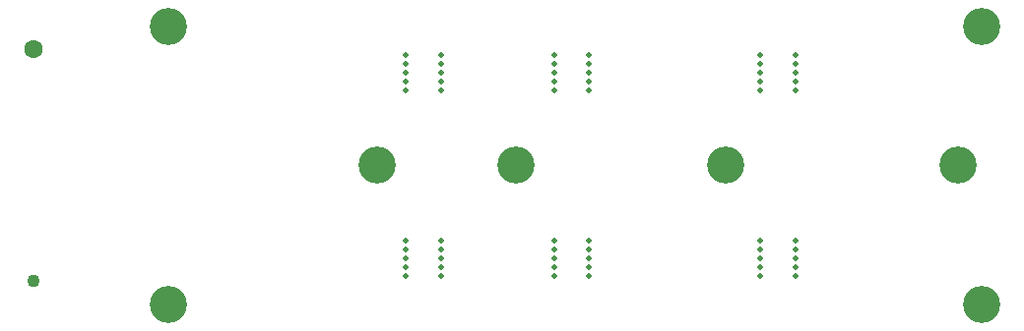
<source format=gbr>
%TF.GenerationSoftware,KiCad,Pcbnew,8.0.7*%
%TF.CreationDate,2025-04-01T17:50:48+03:00*%
%TF.ProjectId,RibbonExtentionCard,52696262-6f6e-4457-9874-656e74696f6e,rev?*%
%TF.SameCoordinates,Original*%
%TF.FileFunction,Soldermask,Bot*%
%TF.FilePolarity,Negative*%
%FSLAX46Y46*%
G04 Gerber Fmt 4.6, Leading zero omitted, Abs format (unit mm)*
G04 Created by KiCad (PCBNEW 8.0.7) date 2025-04-01 17:50:48*
%MOMM*%
%LPD*%
G01*
G04 APERTURE LIST*
%ADD10C,3.200000*%
%ADD11C,0.500000*%
%ADD12C,1.100025*%
%ADD13C,1.600000*%
G04 APERTURE END LIST*
D10*
%TO.C,H8*%
X178000000Y-73000000D03*
%TD*%
%TO.C,H2*%
X110100000Y-61000000D03*
%TD*%
D11*
%TO.C,mouse-bite-3mm-slot*%
X130500000Y-82512000D03*
X133500000Y-82512000D03*
X133500000Y-81762000D03*
X130500000Y-81750000D03*
X130500000Y-81000000D03*
X133500000Y-81000000D03*
X130500000Y-80250000D03*
X133500000Y-80250000D03*
X130500000Y-79476000D03*
X133500000Y-79476000D03*
%TD*%
D10*
%TO.C,H1*%
X110100000Y-85000000D03*
%TD*%
D11*
%TO.C,mouse-bite-3mm-slot*%
X143250000Y-66512000D03*
X146250000Y-66512000D03*
X146250000Y-65762000D03*
X143250000Y-65750000D03*
X143250000Y-65000000D03*
X146250000Y-65000000D03*
X143250000Y-64250000D03*
X146250000Y-64250000D03*
X143250000Y-63476000D03*
X146250000Y-63476000D03*
%TD*%
D10*
%TO.C,H3*%
X128000000Y-73000000D03*
%TD*%
D11*
%TO.C,mouse-bite-3mm-slot*%
X143250000Y-82512000D03*
X146250000Y-82512000D03*
X146250000Y-81762000D03*
X143250000Y-81750000D03*
X143250000Y-81000000D03*
X146250000Y-81000000D03*
X143250000Y-80250000D03*
X146250000Y-80250000D03*
X143250000Y-79476000D03*
X146250000Y-79476000D03*
%TD*%
D10*
%TO.C,H6*%
X158000000Y-73000000D03*
%TD*%
%TO.C,H7*%
X180000000Y-61000000D03*
%TD*%
%TO.C,H4*%
X140000000Y-73000000D03*
%TD*%
%TO.C,H5*%
X180000000Y-85000000D03*
%TD*%
D11*
%TO.C,mouse-bite-3mm-slot*%
X161000000Y-66512000D03*
X164000000Y-66512000D03*
X164000000Y-65762000D03*
X161000000Y-65750000D03*
X161000000Y-65000000D03*
X164000000Y-65000000D03*
X161000000Y-64250000D03*
X164000000Y-64250000D03*
X161000000Y-63476000D03*
X164000000Y-63476000D03*
%TD*%
%TO.C,mouse-bite-3mm-slot*%
X161000000Y-82512000D03*
X164000000Y-82512000D03*
X164000000Y-81762000D03*
X161000000Y-81750000D03*
X161000000Y-81000000D03*
X164000000Y-81000000D03*
X161000000Y-80250000D03*
X164000000Y-80250000D03*
X161000000Y-79476000D03*
X164000000Y-79476000D03*
%TD*%
D12*
%TO.C,CON1*%
X98500127Y-83000000D03*
D13*
X98500127Y-63000000D03*
%TD*%
D11*
%TO.C,mouse-bite-3mm-slot*%
X130500000Y-66512000D03*
X133500000Y-66512000D03*
X133500000Y-65762000D03*
X130500000Y-65750000D03*
X130500000Y-65000000D03*
X133500000Y-65000000D03*
X130500000Y-64250000D03*
X133500000Y-64250000D03*
X130500000Y-63476000D03*
X133500000Y-63476000D03*
%TD*%
M02*

</source>
